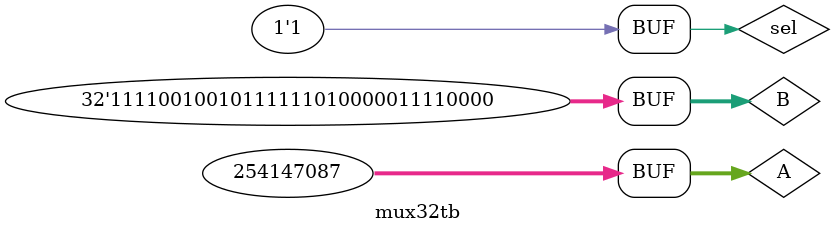
<source format=v>
`timescale 1ns / 1ps


module mux32tb;

	// Inputs
	reg [31:0] A;
	reg [31:0] B;
	reg sel;

	// Outputs
	wire [31:0] Out;

	// Instantiate the Unit Under Test (UUT)
	mux32bits uut (
		.A(A), 
		.B(B), 
		.sel(sel), 
		.Out(Out)
	);

	initial begin
		$monitor("%b %b",sel,Out);
		A = 32'b0000_1111_0010_0101_1111_1010_0000_1111;
		B = 32'b1111_0010_0101_1111_1010_0000_1111_0000;
		sel = 0;

		// Wait 100 ns for global reset to finish
		#10
		sel = 1;
        
		// Add stimulus here

	end
      
endmodule


</source>
